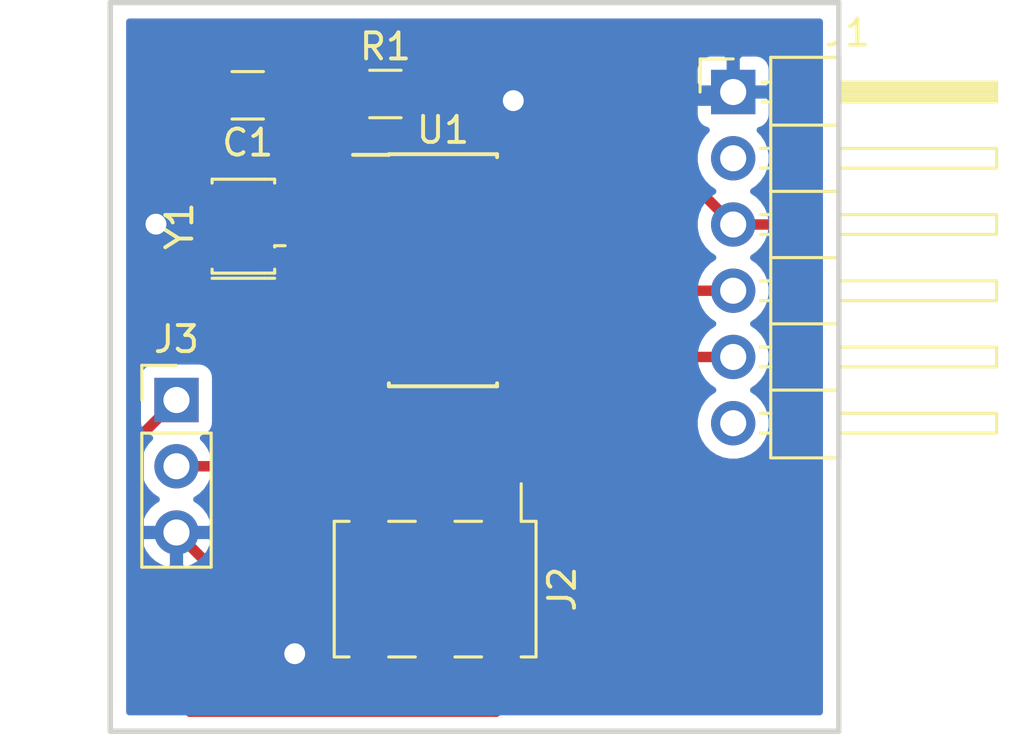
<source format=kicad_pcb>
(kicad_pcb (version 20171130) (host pcbnew "(5.1.10-1-10_14)")

  (general
    (thickness 1.6)
    (drawings 8)
    (tracks 86)
    (zones 0)
    (modules 7)
    (nets 17)
  )

  (page A4)
  (layers
    (0 F.Cu signal)
    (31 B.Cu signal)
    (32 B.Adhes user)
    (33 F.Adhes user)
    (34 B.Paste user)
    (35 F.Paste user)
    (36 B.SilkS user)
    (37 F.SilkS user)
    (38 B.Mask user)
    (39 F.Mask user)
    (40 Dwgs.User user)
    (41 Cmts.User user)
    (42 Eco1.User user)
    (43 Eco2.User user)
    (44 Edge.Cuts user)
    (45 Margin user)
    (46 B.CrtYd user)
    (47 F.CrtYd user)
    (48 B.Fab user)
    (49 F.Fab user)
  )

  (setup
    (last_trace_width 0.4)
    (trace_clearance 0.4)
    (zone_clearance 0.508)
    (zone_45_only no)
    (trace_min 0.2)
    (via_size 1.6)
    (via_drill 0.8)
    (via_min_size 0.4)
    (via_min_drill 0.3)
    (uvia_size 0.3)
    (uvia_drill 0.1)
    (uvias_allowed no)
    (uvia_min_size 0.2)
    (uvia_min_drill 0.1)
    (edge_width 0.1)
    (segment_width 0.2)
    (pcb_text_width 0.3)
    (pcb_text_size 1.5 1.5)
    (mod_edge_width 0.15)
    (mod_text_size 1 1)
    (mod_text_width 0.15)
    (pad_size 1.5 1.5)
    (pad_drill 0.6)
    (pad_to_mask_clearance 0)
    (solder_mask_min_width 0.25)
    (aux_axis_origin 0 0)
    (visible_elements FFFFFF7F)
    (pcbplotparams
      (layerselection 0x01000_ffffffff)
      (usegerberextensions false)
      (usegerberattributes false)
      (usegerberadvancedattributes false)
      (creategerberjobfile false)
      (excludeedgelayer true)
      (linewidth 0.100000)
      (plotframeref false)
      (viasonmask false)
      (mode 1)
      (useauxorigin false)
      (hpglpennumber 1)
      (hpglpenspeed 20)
      (hpglpendiameter 15.000000)
      (psnegative false)
      (psa4output false)
      (plotreference true)
      (plotvalue true)
      (plotinvisibletext false)
      (padsonsilk false)
      (subtractmaskfromsilk false)
      (outputformat 1)
      (mirror false)
      (drillshape 0)
      (scaleselection 1)
      (outputdirectory ""))
  )

  (net 0 "")
  (net 1 VCC)
  (net 2 GND)
  (net 3 /CTS)
  (net 4 /TX)
  (net 5 /RX)
  (net 6 /RTS)
  (net 7 /MISO)
  (net 8 /SCK)
  (net 9 /MOSI)
  (net 10 /RESET)
  (net 11 "Net-(U1-Pad2)")
  (net 12 "Net-(U1-Pad3)")
  (net 13 "Net-(U1-Pad5)")
  (net 14 "Net-(U1-Pad10)")
  (net 15 "Net-(U1-Pad11)")
  (net 16 /read)

  (net_class Default "This is the default net class."
    (clearance 0.4)
    (trace_width 0.4)
    (via_dia 1.6)
    (via_drill 0.8)
    (uvia_dia 0.3)
    (uvia_drill 0.1)
    (add_net /CTS)
    (add_net /MISO)
    (add_net /MOSI)
    (add_net /RESET)
    (add_net /RTS)
    (add_net /RX)
    (add_net /SCK)
    (add_net /TX)
    (add_net /read)
    (add_net GND)
    (add_net "Net-(U1-Pad10)")
    (add_net "Net-(U1-Pad11)")
    (add_net "Net-(U1-Pad2)")
    (add_net "Net-(U1-Pad3)")
    (add_net "Net-(U1-Pad5)")
    (add_net VCC)
  )

  (module Capacitor_SMD:C_1206_3216Metric (layer F.Cu) (tedit 5B301BBE) (tstamp 61A43BAC)
    (at 139.891807 115.315018 180)
    (descr "Capacitor SMD 1206 (3216 Metric), square (rectangular) end terminal, IPC_7351 nominal, (Body size source: http://www.tortai-tech.com/upload/download/2011102023233369053.pdf), generated with kicad-footprint-generator")
    (tags capacitor)
    (path /61A43935)
    (attr smd)
    (fp_text reference C1 (at 0 -1.82 180) (layer F.SilkS)
      (effects (font (size 1 1) (thickness 0.15)))
    )
    (fp_text value 0.1UF (at 0 1.82 180) (layer F.Fab)
      (effects (font (size 1 1) (thickness 0.15)))
    )
    (fp_line (start -1.6 0.8) (end -1.6 -0.8) (layer F.Fab) (width 0.1))
    (fp_line (start -1.6 -0.8) (end 1.6 -0.8) (layer F.Fab) (width 0.1))
    (fp_line (start 1.6 -0.8) (end 1.6 0.8) (layer F.Fab) (width 0.1))
    (fp_line (start 1.6 0.8) (end -1.6 0.8) (layer F.Fab) (width 0.1))
    (fp_line (start -0.602064 -0.91) (end 0.602064 -0.91) (layer F.SilkS) (width 0.12))
    (fp_line (start -0.602064 0.91) (end 0.602064 0.91) (layer F.SilkS) (width 0.12))
    (fp_line (start -2.28 1.12) (end -2.28 -1.12) (layer F.CrtYd) (width 0.05))
    (fp_line (start -2.28 -1.12) (end 2.28 -1.12) (layer F.CrtYd) (width 0.05))
    (fp_line (start 2.28 -1.12) (end 2.28 1.12) (layer F.CrtYd) (width 0.05))
    (fp_line (start 2.28 1.12) (end -2.28 1.12) (layer F.CrtYd) (width 0.05))
    (fp_text user %R (at 0 0 180) (layer F.Fab)
      (effects (font (size 0.8 0.8) (thickness 0.12)))
    )
    (pad 1 smd roundrect (at -1.4 0 180) (size 1.25 1.75) (layers F.Cu F.Paste F.Mask) (roundrect_rratio 0.2)
      (net 1 VCC))
    (pad 2 smd roundrect (at 1.4 0 180) (size 1.25 1.75) (layers F.Cu F.Paste F.Mask) (roundrect_rratio 0.2)
      (net 2 GND))
    (model ${KISYS3DMOD}/Capacitor_SMD.3dshapes/C_1206_3216Metric.wrl
      (at (xyz 0 0 0))
      (scale (xyz 1 1 1))
      (rotate (xyz 0 0 0))
    )
  )

  (module Connector_PinHeader_2.54mm:PinHeader_1x06_P2.54mm_Horizontal (layer F.Cu) (tedit 59FED5CB) (tstamp 61A444F6)
    (at 158.5087 115.189)
    (descr "Through hole angled pin header, 1x06, 2.54mm pitch, 6mm pin length, single row")
    (tags "Through hole angled pin header THT 1x06 2.54mm single row")
    (path /61A44543)
    (fp_text reference J1 (at 4.385 -2.27) (layer F.SilkS)
      (effects (font (size 1 1) (thickness 0.15)))
    )
    (fp_text value Conn_01x06_Male (at 4.385 14.97) (layer F.Fab)
      (effects (font (size 1 1) (thickness 0.15)))
    )
    (fp_line (start 2.135 -1.27) (end 4.04 -1.27) (layer F.Fab) (width 0.1))
    (fp_line (start 4.04 -1.27) (end 4.04 13.97) (layer F.Fab) (width 0.1))
    (fp_line (start 4.04 13.97) (end 1.5 13.97) (layer F.Fab) (width 0.1))
    (fp_line (start 1.5 13.97) (end 1.5 -0.635) (layer F.Fab) (width 0.1))
    (fp_line (start 1.5 -0.635) (end 2.135 -1.27) (layer F.Fab) (width 0.1))
    (fp_line (start -0.32 -0.32) (end 1.5 -0.32) (layer F.Fab) (width 0.1))
    (fp_line (start -0.32 -0.32) (end -0.32 0.32) (layer F.Fab) (width 0.1))
    (fp_line (start -0.32 0.32) (end 1.5 0.32) (layer F.Fab) (width 0.1))
    (fp_line (start 4.04 -0.32) (end 10.04 -0.32) (layer F.Fab) (width 0.1))
    (fp_line (start 10.04 -0.32) (end 10.04 0.32) (layer F.Fab) (width 0.1))
    (fp_line (start 4.04 0.32) (end 10.04 0.32) (layer F.Fab) (width 0.1))
    (fp_line (start -0.32 2.22) (end 1.5 2.22) (layer F.Fab) (width 0.1))
    (fp_line (start -0.32 2.22) (end -0.32 2.86) (layer F.Fab) (width 0.1))
    (fp_line (start -0.32 2.86) (end 1.5 2.86) (layer F.Fab) (width 0.1))
    (fp_line (start 4.04 2.22) (end 10.04 2.22) (layer F.Fab) (width 0.1))
    (fp_line (start 10.04 2.22) (end 10.04 2.86) (layer F.Fab) (width 0.1))
    (fp_line (start 4.04 2.86) (end 10.04 2.86) (layer F.Fab) (width 0.1))
    (fp_line (start -0.32 4.76) (end 1.5 4.76) (layer F.Fab) (width 0.1))
    (fp_line (start -0.32 4.76) (end -0.32 5.4) (layer F.Fab) (width 0.1))
    (fp_line (start -0.32 5.4) (end 1.5 5.4) (layer F.Fab) (width 0.1))
    (fp_line (start 4.04 4.76) (end 10.04 4.76) (layer F.Fab) (width 0.1))
    (fp_line (start 10.04 4.76) (end 10.04 5.4) (layer F.Fab) (width 0.1))
    (fp_line (start 4.04 5.4) (end 10.04 5.4) (layer F.Fab) (width 0.1))
    (fp_line (start -0.32 7.3) (end 1.5 7.3) (layer F.Fab) (width 0.1))
    (fp_line (start -0.32 7.3) (end -0.32 7.94) (layer F.Fab) (width 0.1))
    (fp_line (start -0.32 7.94) (end 1.5 7.94) (layer F.Fab) (width 0.1))
    (fp_line (start 4.04 7.3) (end 10.04 7.3) (layer F.Fab) (width 0.1))
    (fp_line (start 10.04 7.3) (end 10.04 7.94) (layer F.Fab) (width 0.1))
    (fp_line (start 4.04 7.94) (end 10.04 7.94) (layer F.Fab) (width 0.1))
    (fp_line (start -0.32 9.84) (end 1.5 9.84) (layer F.Fab) (width 0.1))
    (fp_line (start -0.32 9.84) (end -0.32 10.48) (layer F.Fab) (width 0.1))
    (fp_line (start -0.32 10.48) (end 1.5 10.48) (layer F.Fab) (width 0.1))
    (fp_line (start 4.04 9.84) (end 10.04 9.84) (layer F.Fab) (width 0.1))
    (fp_line (start 10.04 9.84) (end 10.04 10.48) (layer F.Fab) (width 0.1))
    (fp_line (start 4.04 10.48) (end 10.04 10.48) (layer F.Fab) (width 0.1))
    (fp_line (start -0.32 12.38) (end 1.5 12.38) (layer F.Fab) (width 0.1))
    (fp_line (start -0.32 12.38) (end -0.32 13.02) (layer F.Fab) (width 0.1))
    (fp_line (start -0.32 13.02) (end 1.5 13.02) (layer F.Fab) (width 0.1))
    (fp_line (start 4.04 12.38) (end 10.04 12.38) (layer F.Fab) (width 0.1))
    (fp_line (start 10.04 12.38) (end 10.04 13.02) (layer F.Fab) (width 0.1))
    (fp_line (start 4.04 13.02) (end 10.04 13.02) (layer F.Fab) (width 0.1))
    (fp_line (start 1.44 -1.33) (end 1.44 14.03) (layer F.SilkS) (width 0.12))
    (fp_line (start 1.44 14.03) (end 4.1 14.03) (layer F.SilkS) (width 0.12))
    (fp_line (start 4.1 14.03) (end 4.1 -1.33) (layer F.SilkS) (width 0.12))
    (fp_line (start 4.1 -1.33) (end 1.44 -1.33) (layer F.SilkS) (width 0.12))
    (fp_line (start 4.1 -0.38) (end 10.1 -0.38) (layer F.SilkS) (width 0.12))
    (fp_line (start 10.1 -0.38) (end 10.1 0.38) (layer F.SilkS) (width 0.12))
    (fp_line (start 10.1 0.38) (end 4.1 0.38) (layer F.SilkS) (width 0.12))
    (fp_line (start 4.1 -0.32) (end 10.1 -0.32) (layer F.SilkS) (width 0.12))
    (fp_line (start 4.1 -0.2) (end 10.1 -0.2) (layer F.SilkS) (width 0.12))
    (fp_line (start 4.1 -0.08) (end 10.1 -0.08) (layer F.SilkS) (width 0.12))
    (fp_line (start 4.1 0.04) (end 10.1 0.04) (layer F.SilkS) (width 0.12))
    (fp_line (start 4.1 0.16) (end 10.1 0.16) (layer F.SilkS) (width 0.12))
    (fp_line (start 4.1 0.28) (end 10.1 0.28) (layer F.SilkS) (width 0.12))
    (fp_line (start 1.11 -0.38) (end 1.44 -0.38) (layer F.SilkS) (width 0.12))
    (fp_line (start 1.11 0.38) (end 1.44 0.38) (layer F.SilkS) (width 0.12))
    (fp_line (start 1.44 1.27) (end 4.1 1.27) (layer F.SilkS) (width 0.12))
    (fp_line (start 4.1 2.16) (end 10.1 2.16) (layer F.SilkS) (width 0.12))
    (fp_line (start 10.1 2.16) (end 10.1 2.92) (layer F.SilkS) (width 0.12))
    (fp_line (start 10.1 2.92) (end 4.1 2.92) (layer F.SilkS) (width 0.12))
    (fp_line (start 1.042929 2.16) (end 1.44 2.16) (layer F.SilkS) (width 0.12))
    (fp_line (start 1.042929 2.92) (end 1.44 2.92) (layer F.SilkS) (width 0.12))
    (fp_line (start 1.44 3.81) (end 4.1 3.81) (layer F.SilkS) (width 0.12))
    (fp_line (start 4.1 4.7) (end 10.1 4.7) (layer F.SilkS) (width 0.12))
    (fp_line (start 10.1 4.7) (end 10.1 5.46) (layer F.SilkS) (width 0.12))
    (fp_line (start 10.1 5.46) (end 4.1 5.46) (layer F.SilkS) (width 0.12))
    (fp_line (start 1.042929 4.7) (end 1.44 4.7) (layer F.SilkS) (width 0.12))
    (fp_line (start 1.042929 5.46) (end 1.44 5.46) (layer F.SilkS) (width 0.12))
    (fp_line (start 1.44 6.35) (end 4.1 6.35) (layer F.SilkS) (width 0.12))
    (fp_line (start 4.1 7.24) (end 10.1 7.24) (layer F.SilkS) (width 0.12))
    (fp_line (start 10.1 7.24) (end 10.1 8) (layer F.SilkS) (width 0.12))
    (fp_line (start 10.1 8) (end 4.1 8) (layer F.SilkS) (width 0.12))
    (fp_line (start 1.042929 7.24) (end 1.44 7.24) (layer F.SilkS) (width 0.12))
    (fp_line (start 1.042929 8) (end 1.44 8) (layer F.SilkS) (width 0.12))
    (fp_line (start 1.44 8.89) (end 4.1 8.89) (layer F.SilkS) (width 0.12))
    (fp_line (start 4.1 9.78) (end 10.1 9.78) (layer F.SilkS) (width 0.12))
    (fp_line (start 10.1 9.78) (end 10.1 10.54) (layer F.SilkS) (width 0.12))
    (fp_line (start 10.1 10.54) (end 4.1 10.54) (layer F.SilkS) (width 0.12))
    (fp_line (start 1.042929 9.78) (end 1.44 9.78) (layer F.SilkS) (width 0.12))
    (fp_line (start 1.042929 10.54) (end 1.44 10.54) (layer F.SilkS) (width 0.12))
    (fp_line (start 1.44 11.43) (end 4.1 11.43) (layer F.SilkS) (width 0.12))
    (fp_line (start 4.1 12.32) (end 10.1 12.32) (layer F.SilkS) (width 0.12))
    (fp_line (start 10.1 12.32) (end 10.1 13.08) (layer F.SilkS) (width 0.12))
    (fp_line (start 10.1 13.08) (end 4.1 13.08) (layer F.SilkS) (width 0.12))
    (fp_line (start 1.042929 12.32) (end 1.44 12.32) (layer F.SilkS) (width 0.12))
    (fp_line (start 1.042929 13.08) (end 1.44 13.08) (layer F.SilkS) (width 0.12))
    (fp_line (start -1.27 0) (end -1.27 -1.27) (layer F.SilkS) (width 0.12))
    (fp_line (start -1.27 -1.27) (end 0 -1.27) (layer F.SilkS) (width 0.12))
    (fp_line (start -1.8 -1.8) (end -1.8 14.5) (layer F.CrtYd) (width 0.05))
    (fp_line (start -1.8 14.5) (end 10.55 14.5) (layer F.CrtYd) (width 0.05))
    (fp_line (start 10.55 14.5) (end 10.55 -1.8) (layer F.CrtYd) (width 0.05))
    (fp_line (start 10.55 -1.8) (end -1.8 -1.8) (layer F.CrtYd) (width 0.05))
    (fp_text user %R (at 2.77 6.35 90) (layer F.Fab)
      (effects (font (size 1 1) (thickness 0.15)))
    )
    (pad 1 thru_hole rect (at 0 0) (size 1.7 1.7) (drill 1) (layers *.Cu *.Mask)
      (net 2 GND))
    (pad 2 thru_hole oval (at 0 2.54) (size 1.7 1.7) (drill 1) (layers *.Cu *.Mask)
      (net 3 /CTS))
    (pad 3 thru_hole oval (at 0 5.08) (size 1.7 1.7) (drill 1) (layers *.Cu *.Mask)
      (net 1 VCC))
    (pad 4 thru_hole oval (at 0 7.62) (size 1.7 1.7) (drill 1) (layers *.Cu *.Mask)
      (net 4 /TX))
    (pad 5 thru_hole oval (at 0 10.16) (size 1.7 1.7) (drill 1) (layers *.Cu *.Mask)
      (net 5 /RX))
    (pad 6 thru_hole oval (at 0 12.7) (size 1.7 1.7) (drill 1) (layers *.Cu *.Mask)
      (net 6 /RTS))
    (model ${KISYS3DMOD}/Connector_PinHeader_2.54mm.3dshapes/PinHeader_1x06_P2.54mm_Horizontal.wrl
      (at (xyz 0 0 0))
      (scale (xyz 1 1 1))
      (rotate (xyz 0 0 0))
    )
  )

  (module Connector_PinHeader_2.54mm:PinHeader_2x03_P2.54mm_Vertical_SMD (layer F.Cu) (tedit 59FED5CC) (tstamp 61A435EB)
    (at 147.0787 134.2517 270)
    (descr "surface-mounted straight pin header, 2x03, 2.54mm pitch, double rows")
    (tags "Surface mounted pin header SMD 2x03 2.54mm double row")
    (path /61A4264C)
    (attr smd)
    (fp_text reference J2 (at 0 -4.87 270) (layer F.SilkS)
      (effects (font (size 1 1) (thickness 0.15)))
    )
    (fp_text value AVR-ISP-6 (at 0 4.87 270) (layer F.Fab)
      (effects (font (size 1 1) (thickness 0.15)))
    )
    (fp_line (start 2.54 3.81) (end -2.54 3.81) (layer F.Fab) (width 0.1))
    (fp_line (start -1.59 -3.81) (end 2.54 -3.81) (layer F.Fab) (width 0.1))
    (fp_line (start -2.54 3.81) (end -2.54 -2.86) (layer F.Fab) (width 0.1))
    (fp_line (start -2.54 -2.86) (end -1.59 -3.81) (layer F.Fab) (width 0.1))
    (fp_line (start 2.54 -3.81) (end 2.54 3.81) (layer F.Fab) (width 0.1))
    (fp_line (start -2.54 -2.86) (end -3.6 -2.86) (layer F.Fab) (width 0.1))
    (fp_line (start -3.6 -2.86) (end -3.6 -2.22) (layer F.Fab) (width 0.1))
    (fp_line (start -3.6 -2.22) (end -2.54 -2.22) (layer F.Fab) (width 0.1))
    (fp_line (start 2.54 -2.86) (end 3.6 -2.86) (layer F.Fab) (width 0.1))
    (fp_line (start 3.6 -2.86) (end 3.6 -2.22) (layer F.Fab) (width 0.1))
    (fp_line (start 3.6 -2.22) (end 2.54 -2.22) (layer F.Fab) (width 0.1))
    (fp_line (start -2.54 -0.32) (end -3.6 -0.32) (layer F.Fab) (width 0.1))
    (fp_line (start -3.6 -0.32) (end -3.6 0.32) (layer F.Fab) (width 0.1))
    (fp_line (start -3.6 0.32) (end -2.54 0.32) (layer F.Fab) (width 0.1))
    (fp_line (start 2.54 -0.32) (end 3.6 -0.32) (layer F.Fab) (width 0.1))
    (fp_line (start 3.6 -0.32) (end 3.6 0.32) (layer F.Fab) (width 0.1))
    (fp_line (start 3.6 0.32) (end 2.54 0.32) (layer F.Fab) (width 0.1))
    (fp_line (start -2.54 2.22) (end -3.6 2.22) (layer F.Fab) (width 0.1))
    (fp_line (start -3.6 2.22) (end -3.6 2.86) (layer F.Fab) (width 0.1))
    (fp_line (start -3.6 2.86) (end -2.54 2.86) (layer F.Fab) (width 0.1))
    (fp_line (start 2.54 2.22) (end 3.6 2.22) (layer F.Fab) (width 0.1))
    (fp_line (start 3.6 2.22) (end 3.6 2.86) (layer F.Fab) (width 0.1))
    (fp_line (start 3.6 2.86) (end 2.54 2.86) (layer F.Fab) (width 0.1))
    (fp_line (start -2.6 -3.87) (end 2.6 -3.87) (layer F.SilkS) (width 0.12))
    (fp_line (start -2.6 3.87) (end 2.6 3.87) (layer F.SilkS) (width 0.12))
    (fp_line (start -4.04 -3.3) (end -2.6 -3.3) (layer F.SilkS) (width 0.12))
    (fp_line (start -2.6 -3.87) (end -2.6 -3.3) (layer F.SilkS) (width 0.12))
    (fp_line (start 2.6 -3.87) (end 2.6 -3.3) (layer F.SilkS) (width 0.12))
    (fp_line (start -2.6 3.3) (end -2.6 3.87) (layer F.SilkS) (width 0.12))
    (fp_line (start 2.6 3.3) (end 2.6 3.87) (layer F.SilkS) (width 0.12))
    (fp_line (start -2.6 -1.78) (end -2.6 -0.76) (layer F.SilkS) (width 0.12))
    (fp_line (start 2.6 -1.78) (end 2.6 -0.76) (layer F.SilkS) (width 0.12))
    (fp_line (start -2.6 0.76) (end -2.6 1.78) (layer F.SilkS) (width 0.12))
    (fp_line (start 2.6 0.76) (end 2.6 1.78) (layer F.SilkS) (width 0.12))
    (fp_line (start -5.9 -4.35) (end -5.9 4.35) (layer F.CrtYd) (width 0.05))
    (fp_line (start -5.9 4.35) (end 5.9 4.35) (layer F.CrtYd) (width 0.05))
    (fp_line (start 5.9 4.35) (end 5.9 -4.35) (layer F.CrtYd) (width 0.05))
    (fp_line (start 5.9 -4.35) (end -5.9 -4.35) (layer F.CrtYd) (width 0.05))
    (fp_text user %R (at 0 0) (layer F.Fab)
      (effects (font (size 1 1) (thickness 0.15)))
    )
    (pad 1 smd rect (at -2.525 -2.54 270) (size 3.15 1) (layers F.Cu F.Paste F.Mask)
      (net 7 /MISO))
    (pad 2 smd rect (at 2.525 -2.54 270) (size 3.15 1) (layers F.Cu F.Paste F.Mask)
      (net 1 VCC))
    (pad 3 smd rect (at -2.525 0 270) (size 3.15 1) (layers F.Cu F.Paste F.Mask)
      (net 8 /SCK))
    (pad 4 smd rect (at 2.525 0 270) (size 3.15 1) (layers F.Cu F.Paste F.Mask)
      (net 9 /MOSI))
    (pad 5 smd rect (at -2.525 2.54 270) (size 3.15 1) (layers F.Cu F.Paste F.Mask)
      (net 10 /RESET))
    (pad 6 smd rect (at 2.525 2.54 270) (size 3.15 1) (layers F.Cu F.Paste F.Mask)
      (net 2 GND))
    (model ${KISYS3DMOD}/Connector_PinHeader_2.54mm.3dshapes/PinHeader_2x03_P2.54mm_Vertical_SMD.wrl
      (at (xyz 0 0 0))
      (scale (xyz 1 1 1))
      (rotate (xyz 0 0 0))
    )
  )

  (module Resistor_SMD:R_1206_3216Metric (layer F.Cu) (tedit 5B301BBD) (tstamp 61A435FC)
    (at 145.1707 115.2652)
    (descr "Resistor SMD 1206 (3216 Metric), square (rectangular) end terminal, IPC_7351 nominal, (Body size source: http://www.tortai-tech.com/upload/download/2011102023233369053.pdf), generated with kicad-footprint-generator")
    (tags resistor)
    (path /61A42853)
    (attr smd)
    (fp_text reference R1 (at 0 -1.82) (layer F.SilkS)
      (effects (font (size 1 1) (thickness 0.15)))
    )
    (fp_text value 10K (at 0 1.82) (layer F.Fab)
      (effects (font (size 1 1) (thickness 0.15)))
    )
    (fp_line (start -1.6 0.8) (end -1.6 -0.8) (layer F.Fab) (width 0.1))
    (fp_line (start -1.6 -0.8) (end 1.6 -0.8) (layer F.Fab) (width 0.1))
    (fp_line (start 1.6 -0.8) (end 1.6 0.8) (layer F.Fab) (width 0.1))
    (fp_line (start 1.6 0.8) (end -1.6 0.8) (layer F.Fab) (width 0.1))
    (fp_line (start -0.602064 -0.91) (end 0.602064 -0.91) (layer F.SilkS) (width 0.12))
    (fp_line (start -0.602064 0.91) (end 0.602064 0.91) (layer F.SilkS) (width 0.12))
    (fp_line (start -2.28 1.12) (end -2.28 -1.12) (layer F.CrtYd) (width 0.05))
    (fp_line (start -2.28 -1.12) (end 2.28 -1.12) (layer F.CrtYd) (width 0.05))
    (fp_line (start 2.28 -1.12) (end 2.28 1.12) (layer F.CrtYd) (width 0.05))
    (fp_line (start 2.28 1.12) (end -2.28 1.12) (layer F.CrtYd) (width 0.05))
    (fp_text user %R (at 0 0) (layer F.Fab)
      (effects (font (size 0.8 0.8) (thickness 0.12)))
    )
    (pad 1 smd roundrect (at -1.4 0) (size 1.25 1.75) (layers F.Cu F.Paste F.Mask) (roundrect_rratio 0.2)
      (net 1 VCC))
    (pad 2 smd roundrect (at 1.4 0) (size 1.25 1.75) (layers F.Cu F.Paste F.Mask) (roundrect_rratio 0.2)
      (net 10 /RESET))
    (model ${KISYS3DMOD}/Resistor_SMD.3dshapes/R_1206_3216Metric.wrl
      (at (xyz 0 0 0))
      (scale (xyz 1 1 1))
      (rotate (xyz 0 0 0))
    )
  )

  (module Package_SO:SOIC-14_3.9x8.7mm_P1.27mm (layer F.Cu) (tedit 5A02F2D3) (tstamp 61A4361F)
    (at 147.379501 122.022701)
    (descr "14-Lead Plastic Small Outline (SL) - Narrow, 3.90 mm Body [SOIC] (see Microchip Packaging Specification 00000049BS.pdf)")
    (tags "SOIC 1.27")
    (path /61A424CA)
    (attr smd)
    (fp_text reference U1 (at 0 -5.375) (layer F.SilkS)
      (effects (font (size 1 1) (thickness 0.15)))
    )
    (fp_text value ATtiny44A-SSU (at 0 5.375) (layer F.Fab)
      (effects (font (size 1 1) (thickness 0.15)))
    )
    (fp_line (start -0.95 -4.35) (end 1.95 -4.35) (layer F.Fab) (width 0.15))
    (fp_line (start 1.95 -4.35) (end 1.95 4.35) (layer F.Fab) (width 0.15))
    (fp_line (start 1.95 4.35) (end -1.95 4.35) (layer F.Fab) (width 0.15))
    (fp_line (start -1.95 4.35) (end -1.95 -3.35) (layer F.Fab) (width 0.15))
    (fp_line (start -1.95 -3.35) (end -0.95 -4.35) (layer F.Fab) (width 0.15))
    (fp_line (start -3.7 -4.65) (end -3.7 4.65) (layer F.CrtYd) (width 0.05))
    (fp_line (start 3.7 -4.65) (end 3.7 4.65) (layer F.CrtYd) (width 0.05))
    (fp_line (start -3.7 -4.65) (end 3.7 -4.65) (layer F.CrtYd) (width 0.05))
    (fp_line (start -3.7 4.65) (end 3.7 4.65) (layer F.CrtYd) (width 0.05))
    (fp_line (start -2.075 -4.45) (end -2.075 -4.425) (layer F.SilkS) (width 0.15))
    (fp_line (start 2.075 -4.45) (end 2.075 -4.335) (layer F.SilkS) (width 0.15))
    (fp_line (start 2.075 4.45) (end 2.075 4.335) (layer F.SilkS) (width 0.15))
    (fp_line (start -2.075 4.45) (end -2.075 4.335) (layer F.SilkS) (width 0.15))
    (fp_line (start -2.075 -4.45) (end 2.075 -4.45) (layer F.SilkS) (width 0.15))
    (fp_line (start -2.075 4.45) (end 2.075 4.45) (layer F.SilkS) (width 0.15))
    (fp_line (start -2.075 -4.425) (end -3.45 -4.425) (layer F.SilkS) (width 0.15))
    (fp_text user %R (at 0 0) (layer F.Fab)
      (effects (font (size 0.9 0.9) (thickness 0.135)))
    )
    (pad 1 smd rect (at -2.7 -3.81) (size 1.5 0.6) (layers F.Cu F.Paste F.Mask)
      (net 1 VCC))
    (pad 2 smd rect (at -2.7 -2.54) (size 1.5 0.6) (layers F.Cu F.Paste F.Mask)
      (net 11 "Net-(U1-Pad2)"))
    (pad 3 smd rect (at -2.7 -1.27) (size 1.5 0.6) (layers F.Cu F.Paste F.Mask)
      (net 12 "Net-(U1-Pad3)"))
    (pad 4 smd rect (at -2.7 0) (size 1.5 0.6) (layers F.Cu F.Paste F.Mask)
      (net 10 /RESET))
    (pad 5 smd rect (at -2.7 1.27) (size 1.5 0.6) (layers F.Cu F.Paste F.Mask)
      (net 13 "Net-(U1-Pad5)"))
    (pad 6 smd rect (at -2.7 2.54) (size 1.5 0.6) (layers F.Cu F.Paste F.Mask)
      (net 16 /read))
    (pad 7 smd rect (at -2.7 3.81) (size 1.5 0.6) (layers F.Cu F.Paste F.Mask)
      (net 9 /MOSI))
    (pad 8 smd rect (at 2.7 3.81) (size 1.5 0.6) (layers F.Cu F.Paste F.Mask)
      (net 7 /MISO))
    (pad 9 smd rect (at 2.7 2.54) (size 1.5 0.6) (layers F.Cu F.Paste F.Mask)
      (net 8 /SCK))
    (pad 10 smd rect (at 2.7 1.27) (size 1.5 0.6) (layers F.Cu F.Paste F.Mask)
      (net 14 "Net-(U1-Pad10)"))
    (pad 11 smd rect (at 2.7 0) (size 1.5 0.6) (layers F.Cu F.Paste F.Mask)
      (net 15 "Net-(U1-Pad11)"))
    (pad 12 smd rect (at 2.7 -1.27) (size 1.5 0.6) (layers F.Cu F.Paste F.Mask)
      (net 5 /RX))
    (pad 13 smd rect (at 2.7 -2.54) (size 1.5 0.6) (layers F.Cu F.Paste F.Mask)
      (net 4 /TX))
    (pad 14 smd rect (at 2.7 -3.81) (size 1.5 0.6) (layers F.Cu F.Paste F.Mask)
      (net 2 GND))
    (model ${KISYS3DMOD}/Package_SO.3dshapes/SOIC-14_3.9x8.7mm_P1.27mm.wrl
      (at (xyz 0 0 0))
      (scale (xyz 1 1 1))
      (rotate (xyz 0 0 0))
    )
  )

  (module Crystal:Resonator_SMD_muRata_CSTxExxV-3Pin_3.0x1.1mm_HandSoldering (layer F.Cu) (tedit 5AD3593B) (tstamp 61A4363C)
    (at 139.7254 120.3325 90)
    (descr "SMD Resomator/Filter Murata CSTCE, https://www.murata.com/en-eu/products/productdata/8801162264606/SPEC-CSTNE16M0VH3C000R0.pdf")
    (tags "SMD SMT ceramic resonator filter")
    (path /61A42CDD)
    (attr smd)
    (fp_text reference Y1 (at 0 -2.45 90) (layer F.SilkS)
      (effects (font (size 1 1) (thickness 0.15)))
    )
    (fp_text value Resonator (at 0 1.8 90) (layer F.Fab)
      (effects (font (size 0.2 0.2) (thickness 0.03)))
    )
    (fp_line (start 1.8 -1.2) (end 1.8 0.8) (layer F.SilkS) (width 0.12))
    (fp_line (start -1.8 0.8) (end -1.8 -1.2) (layer F.SilkS) (width 0.12))
    (fp_line (start -0.75 1.2) (end -0.75 1.6) (layer F.SilkS) (width 0.12))
    (fp_line (start -2 -1.2) (end -2 0.8) (layer F.SilkS) (width 0.12))
    (fp_line (start 1.8 0.8) (end 1.8 1.2) (layer F.SilkS) (width 0.12))
    (fp_line (start -1.8 0.8) (end -1.8 1.2) (layer F.SilkS) (width 0.12))
    (fp_line (start -2 0.8) (end -2 1.2) (layer F.SilkS) (width 0.12))
    (fp_line (start 1.5 0.8) (end 1.5 -0.8) (layer F.Fab) (width 0.1))
    (fp_line (start 1.5 -0.8) (end -1.5 -0.8) (layer F.Fab) (width 0.1))
    (fp_line (start -1 0.8) (end -1.5 0.3) (layer F.Fab) (width 0.1))
    (fp_line (start -1 0.8) (end 1.5 0.8) (layer F.Fab) (width 0.1))
    (fp_line (start -1.5 0.3) (end -1.5 -0.8) (layer F.Fab) (width 0.1))
    (fp_line (start 1.75 1.85) (end -1.75 1.85) (layer F.CrtYd) (width 0.05))
    (fp_line (start -1.75 -1.85) (end 1.75 -1.85) (layer F.CrtYd) (width 0.05))
    (fp_line (start 1.75 -1.85) (end 1.75 1.85) (layer F.CrtYd) (width 0.05))
    (fp_line (start -1.75 1.85) (end -1.75 -1.85) (layer F.CrtYd) (width 0.05))
    (fp_line (start -1.8 -1.2) (end -1.65 -1.2) (layer F.SilkS) (width 0.12))
    (fp_line (start -1.8 1.2) (end -1.65 1.2) (layer F.SilkS) (width 0.12))
    (fp_line (start -0.75 1.2) (end -0.8 1.2) (layer F.SilkS) (width 0.12))
    (fp_line (start 1.8 1.2) (end 1.65 1.2) (layer F.SilkS) (width 0.12))
    (fp_line (start 1.8 -1.2) (end 1.65 -1.2) (layer F.SilkS) (width 0.12))
    (fp_text user %R (at 0.1 -0.05 90) (layer F.Fab)
      (effects (font (size 0.6 0.6) (thickness 0.08)))
    )
    (pad 1 smd rect (at -1.2 0 90) (size 0.4 3.2) (layers F.Cu F.Paste F.Mask)
      (net 12 "Net-(U1-Pad3)"))
    (pad 2 smd rect (at 0 0 90) (size 0.4 3.2) (layers F.Cu F.Paste F.Mask)
      (net 2 GND))
    (pad 3 smd rect (at 1.2 0 90) (size 0.4 3.2) (layers F.Cu F.Paste F.Mask)
      (net 11 "Net-(U1-Pad2)"))
    (model ${KISYS3DMOD}/Crystal.3dshapes/Resonator_SMD_muRata_CSTxExxV-3Pin_3.0x1.1mm.wrl
      (at (xyz 0 0 0))
      (scale (xyz 1 1 1))
      (rotate (xyz 0 0 0))
    )
  )

  (module Connector_PinHeader_2.54mm:PinHeader_1x03_P2.54mm_Vertical (layer F.Cu) (tedit 59FED5CC) (tstamp 61A72B57)
    (at 137.16 127)
    (descr "Through hole straight pin header, 1x03, 2.54mm pitch, single row")
    (tags "Through hole pin header THT 1x03 2.54mm single row")
    (path /61A85C85)
    (fp_text reference J3 (at 0 -2.33) (layer F.SilkS)
      (effects (font (size 1 1) (thickness 0.15)))
    )
    (fp_text value Conn_01x03_Male (at 0 7.41) (layer F.Fab)
      (effects (font (size 1 1) (thickness 0.15)))
    )
    (fp_line (start -0.635 -1.27) (end 1.27 -1.27) (layer F.Fab) (width 0.1))
    (fp_line (start 1.27 -1.27) (end 1.27 6.35) (layer F.Fab) (width 0.1))
    (fp_line (start 1.27 6.35) (end -1.27 6.35) (layer F.Fab) (width 0.1))
    (fp_line (start -1.27 6.35) (end -1.27 -0.635) (layer F.Fab) (width 0.1))
    (fp_line (start -1.27 -0.635) (end -0.635 -1.27) (layer F.Fab) (width 0.1))
    (fp_line (start -1.33 6.41) (end 1.33 6.41) (layer F.SilkS) (width 0.12))
    (fp_line (start -1.33 1.27) (end -1.33 6.41) (layer F.SilkS) (width 0.12))
    (fp_line (start 1.33 1.27) (end 1.33 6.41) (layer F.SilkS) (width 0.12))
    (fp_line (start -1.33 1.27) (end 1.33 1.27) (layer F.SilkS) (width 0.12))
    (fp_line (start -1.33 0) (end -1.33 -1.33) (layer F.SilkS) (width 0.12))
    (fp_line (start -1.33 -1.33) (end 0 -1.33) (layer F.SilkS) (width 0.12))
    (fp_line (start -1.8 -1.8) (end -1.8 6.85) (layer F.CrtYd) (width 0.05))
    (fp_line (start -1.8 6.85) (end 1.8 6.85) (layer F.CrtYd) (width 0.05))
    (fp_line (start 1.8 6.85) (end 1.8 -1.8) (layer F.CrtYd) (width 0.05))
    (fp_line (start 1.8 -1.8) (end -1.8 -1.8) (layer F.CrtYd) (width 0.05))
    (fp_text user %R (at 0 2.54 90) (layer F.Fab)
      (effects (font (size 1 1) (thickness 0.15)))
    )
    (pad 1 thru_hole rect (at 0 0) (size 1.7 1.7) (drill 1) (layers *.Cu *.Mask)
      (net 1 VCC))
    (pad 2 thru_hole oval (at 0 2.54) (size 1.7 1.7) (drill 1) (layers *.Cu *.Mask)
      (net 16 /read))
    (pad 3 thru_hole oval (at 0 5.08) (size 1.7 1.7) (drill 1) (layers *.Cu *.Mask)
      (net 2 GND))
    (model ${KISYS3DMOD}/Connector_PinHeader_2.54mm.3dshapes/PinHeader_1x03_P2.54mm_Vertical.wrl
      (at (xyz 0 0 0))
      (scale (xyz 1 1 1))
      (rotate (xyz 0 0 0))
    )
  )

  (gr_line (start 134.62 139.7) (end 134.62 111.76) (layer Edge.Cuts) (width 0.2))
  (gr_line (start 162.56 139.7) (end 134.62 139.7) (layer Edge.Cuts) (width 0.2))
  (gr_line (start 162.56 111.76) (end 162.56 139.7) (layer Edge.Cuts) (width 0.2))
  (gr_line (start 134.62 111.76) (end 162.56 111.76) (layer Edge.Cuts) (width 0.2))
  (gr_line (start 162.56 111.76) (end 134.62 111.76) (layer B.SilkS) (width 0.2))
  (gr_line (start 162.56 139.7) (end 162.56 111.76) (layer B.SilkS) (width 0.2))
  (gr_line (start 134.62 139.7) (end 162.56 139.7) (layer B.SilkS) (width 0.2))
  (gr_line (start 134.62 111.76) (end 134.62 139.7) (layer B.SilkS) (width 0.2))

  (segment (start 143.720882 115.315018) (end 143.7707 115.2652) (width 0.4) (layer F.Cu) (net 1))
  (segment (start 141.291807 115.315018) (end 143.720882 115.315018) (width 0.4) (layer F.Cu) (net 1))
  (segment (start 143.7707 117.3039) (end 144.679501 118.212701) (width 0.4) (layer F.Cu) (net 1))
  (segment (start 143.7707 115.2652) (end 143.7707 117.3039) (width 0.4) (layer F.Cu) (net 1))
  (segment (start 151.3078 113.0681) (end 143.8656 113.0681) (width 0.4) (layer F.Cu) (net 1))
  (segment (start 158.5087 120.269) (end 151.3078 113.0681) (width 0.4) (layer F.Cu) (net 1))
  (segment (start 143.7707 113.163) (end 143.7707 115.2652) (width 0.4) (layer F.Cu) (net 1))
  (segment (start 143.8656 113.0681) (end 143.7707 113.163) (width 0.4) (layer F.Cu) (net 1))
  (segment (start 149.6187 136.7767) (end 161.0764 136.7767) (width 0.4) (layer F.Cu) (net 1))
  (segment (start 161.0764 136.7767) (end 161.3408 136.5123) (width 0.4) (layer F.Cu) (net 1))
  (segment (start 161.3408 123.1011) (end 161.3662 123.0757) (width 0.4) (layer F.Cu) (net 1))
  (segment (start 161.3408 136.5123) (end 161.3408 123.1011) (width 0.4) (layer F.Cu) (net 1))
  (segment (start 161.3662 123.0757) (end 161.3662 120.9929) (width 0.4) (layer F.Cu) (net 1))
  (segment (start 160.6423 120.269) (end 158.5087 120.269) (width 0.4) (layer F.Cu) (net 1))
  (segment (start 161.3662 120.9929) (end 160.6423 120.269) (width 0.4) (layer F.Cu) (net 1))
  (segment (start 149.6187 138.7517) (end 149.6187 136.7767) (width 0.4) (layer F.Cu) (net 1))
  (segment (start 149.418699 138.951701) (end 149.6187 138.7517) (width 0.4) (layer F.Cu) (net 1))
  (segment (start 137.681701 138.951701) (end 149.418699 138.951701) (width 0.4) (layer F.Cu) (net 1))
  (segment (start 135.709999 136.979999) (end 137.681701 138.951701) (width 0.4) (layer F.Cu) (net 1))
  (segment (start 135.709999 128.450001) (end 135.709999 136.979999) (width 0.4) (layer F.Cu) (net 1))
  (segment (start 137.16 127) (end 135.709999 128.450001) (width 0.4) (layer F.Cu) (net 1))
  (via (at 150.0759 115.5192) (size 1.6) (drill 0.8) (layers F.Cu B.Cu) (net 2))
  (segment (start 150.079501 118.212701) (end 150.079501 115.522801) (width 0.4) (layer F.Cu) (net 2))
  (segment (start 150.079501 115.522801) (end 150.0759 115.5192) (width 0.4) (layer F.Cu) (net 2))
  (segment (start 158.1785 115.5192) (end 158.5087 115.189) (width 0.4) (layer B.Cu) (net 2))
  (segment (start 150.0759 115.5192) (end 158.1785 115.5192) (width 0.4) (layer B.Cu) (net 2))
  (segment (start 137.7254 120.3325) (end 139.7254 120.3325) (width 0.4) (layer F.Cu) (net 2))
  (segment (start 136.779 116.302825) (end 136.779 119.3861) (width 0.4) (layer F.Cu) (net 2))
  (segment (start 136.779 119.3861) (end 137.7254 120.3325) (width 0.4) (layer F.Cu) (net 2))
  (segment (start 137.766807 115.315018) (end 136.779 116.302825) (width 0.4) (layer F.Cu) (net 2))
  (segment (start 138.491807 115.315018) (end 137.766807 115.315018) (width 0.4) (layer F.Cu) (net 2))
  (via (at 136.3726 120.2563) (size 1.6) (drill 0.8) (layers F.Cu B.Cu) (net 2))
  (segment (start 139.7254 120.3325) (end 136.4488 120.3325) (width 0.4) (layer F.Cu) (net 2))
  (segment (start 136.4488 120.3325) (end 136.3726 120.2563) (width 0.4) (layer F.Cu) (net 2))
  (segment (start 141.1097 115.5192) (end 150.0759 115.5192) (width 0.4) (layer B.Cu) (net 2))
  (segment (start 136.3726 120.2563) (end 141.1097 115.5192) (width 0.4) (layer B.Cu) (net 2))
  (via (at 141.6939 136.7282) (size 1.6) (drill 0.8) (layers F.Cu B.Cu) (net 2))
  (segment (start 144.5387 136.7767) (end 141.7424 136.7767) (width 0.4) (layer F.Cu) (net 2))
  (segment (start 141.7424 136.7767) (end 141.6939 136.7282) (width 0.4) (layer F.Cu) (net 2))
  (segment (start 136.3726 121.38767) (end 136.3726 120.2563) (width 0.4) (layer B.Cu) (net 2))
  (segment (start 141.6939 136.7282) (end 140.56253 136.7282) (width 0.4) (layer B.Cu) (net 2))
  (segment (start 141.6939 136.6139) (end 141.6939 136.7282) (width 0.4) (layer F.Cu) (net 2))
  (segment (start 137.16 132.08) (end 141.6939 136.6139) (width 0.4) (layer F.Cu) (net 2))
  (segment (start 158.5087 122.809) (end 156.3243 122.809) (width 0.4) (layer F.Cu) (net 4))
  (segment (start 152.998001 119.482701) (end 150.079501 119.482701) (width 0.4) (layer F.Cu) (net 4))
  (segment (start 156.3243 122.809) (end 152.998001 119.482701) (width 0.4) (layer F.Cu) (net 4))
  (segment (start 151.229501 120.752701) (end 151.230602 120.7516) (width 0.4) (layer F.Cu) (net 5))
  (segment (start 150.079501 120.752701) (end 151.229501 120.752701) (width 0.4) (layer F.Cu) (net 5))
  (segment (start 151.230602 120.7516) (end 152.0571 120.7516) (width 0.4) (layer F.Cu) (net 5))
  (segment (start 156.6545 125.349) (end 158.5087 125.349) (width 0.4) (layer F.Cu) (net 5))
  (segment (start 152.0571 120.7516) (end 156.6545 125.349) (width 0.4) (layer F.Cu) (net 5))
  (segment (start 149.6187 129.7517) (end 151.4856 127.8848) (width 0.4) (layer F.Cu) (net 7))
  (segment (start 149.6187 131.7267) (end 149.6187 129.7517) (width 0.4) (layer F.Cu) (net 7))
  (segment (start 151.4856 127.8848) (end 151.4856 126.0348) (width 0.4) (layer F.Cu) (net 7))
  (segment (start 151.283501 125.832701) (end 150.079501 125.832701) (width 0.4) (layer F.Cu) (net 7))
  (segment (start 151.4856 126.0348) (end 151.283501 125.832701) (width 0.4) (layer F.Cu) (net 7))
  (segment (start 147.0787 129.7517) (end 147.0787 131.7267) (width 0.4) (layer F.Cu) (net 8))
  (segment (start 147.0787 126.413502) (end 147.0787 129.7517) (width 0.4) (layer F.Cu) (net 8))
  (segment (start 148.929501 124.562701) (end 147.0787 126.413502) (width 0.4) (layer F.Cu) (net 8))
  (segment (start 150.079501 124.562701) (end 148.929501 124.562701) (width 0.4) (layer F.Cu) (net 8))
  (segment (start 143.529501 125.832701) (end 144.679501 125.832701) (width 0.4) (layer F.Cu) (net 9))
  (segment (start 143.0528 133.395802) (end 143.0528 126.309402) (width 0.4) (layer F.Cu) (net 9))
  (segment (start 147.0787 134.8017) (end 146.643 134.366) (width 0.4) (layer F.Cu) (net 9))
  (segment (start 143.0528 126.309402) (end 143.529501 125.832701) (width 0.4) (layer F.Cu) (net 9))
  (segment (start 146.643 134.366) (end 144.022998 134.366) (width 0.4) (layer F.Cu) (net 9))
  (segment (start 147.0787 136.7767) (end 147.0787 134.8017) (width 0.4) (layer F.Cu) (net 9))
  (segment (start 144.022998 134.366) (end 143.0528 133.395802) (width 0.4) (layer F.Cu) (net 9))
  (segment (start 146.5707 116.2402) (end 146.5707 115.2652) (width 0.4) (layer F.Cu) (net 10))
  (segment (start 146.5707 121.281502) (end 146.5707 116.2402) (width 0.4) (layer F.Cu) (net 10))
  (segment (start 145.829501 122.022701) (end 146.5707 121.281502) (width 0.4) (layer F.Cu) (net 10))
  (segment (start 144.679501 122.022701) (end 145.829501 122.022701) (width 0.4) (layer F.Cu) (net 10))
  (segment (start 145.829501 122.022701) (end 146.2151 122.4083) (width 0.4) (layer F.Cu) (net 10))
  (segment (start 144.5387 130.6517) (end 144.5387 131.7267) (width 0.4) (layer F.Cu) (net 10))
  (segment (start 146.2151 128.9753) (end 144.5387 130.6517) (width 0.4) (layer F.Cu) (net 10))
  (segment (start 146.2151 122.4083) (end 146.2151 128.9753) (width 0.4) (layer F.Cu) (net 10))
  (segment (start 144.679501 119.482701) (end 142.533201 119.482701) (width 0.4) (layer F.Cu) (net 11))
  (segment (start 142.183 119.1325) (end 139.7254 119.1325) (width 0.4) (layer F.Cu) (net 11))
  (segment (start 142.533201 119.482701) (end 142.183 119.1325) (width 0.4) (layer F.Cu) (net 11))
  (segment (start 143.529501 120.752701) (end 143.5157 120.7389) (width 0.4) (layer F.Cu) (net 12))
  (segment (start 144.679501 120.752701) (end 143.529501 120.752701) (width 0.4) (layer F.Cu) (net 12))
  (segment (start 143.5157 120.7389) (end 142.5702 120.7389) (width 0.4) (layer F.Cu) (net 12))
  (segment (start 141.7766 121.5325) (end 139.7254 121.5325) (width 0.4) (layer F.Cu) (net 12))
  (segment (start 142.5702 120.7389) (end 141.7766 121.5325) (width 0.4) (layer F.Cu) (net 12))
  (segment (start 143.668117 124.562701) (end 144.679501 124.562701) (width 0.4) (layer F.Cu) (net 16))
  (segment (start 138.690818 129.54) (end 143.668117 124.562701) (width 0.4) (layer F.Cu) (net 16))
  (segment (start 137.16 129.54) (end 138.690818 129.54) (width 0.4) (layer F.Cu) (net 16))

  (zone (net 2) (net_name GND) (layer B.Cu) (tstamp 0) (hatch edge 0.508)
    (connect_pads (clearance 0.508))
    (min_thickness 0.254)
    (fill yes (arc_segments 16) (thermal_gap 0.508) (thermal_bridge_width 0.508))
    (polygon
      (pts
        (xy 134.62 111.76) (xy 162.56 111.76) (xy 162.56 139.7) (xy 134.62 139.7)
      )
    )
    (filled_polygon
      (pts
        (xy 161.825001 138.965) (xy 135.355 138.965) (xy 135.355 132.43689) (xy 135.718524 132.43689) (xy 135.763175 132.584099)
        (xy 135.888359 132.84692) (xy 136.062412 133.080269) (xy 136.278645 133.275178) (xy 136.528748 133.424157) (xy 136.803109 133.521481)
        (xy 137.033 133.400814) (xy 137.033 132.207) (xy 137.287 132.207) (xy 137.287 133.400814) (xy 137.516891 133.521481)
        (xy 137.791252 133.424157) (xy 138.041355 133.275178) (xy 138.257588 133.080269) (xy 138.431641 132.84692) (xy 138.556825 132.584099)
        (xy 138.601476 132.43689) (xy 138.480155 132.207) (xy 137.287 132.207) (xy 137.033 132.207) (xy 135.839845 132.207)
        (xy 135.718524 132.43689) (xy 135.355 132.43689) (xy 135.355 126.15) (xy 135.671928 126.15) (xy 135.671928 127.85)
        (xy 135.684188 127.974482) (xy 135.720498 128.09418) (xy 135.779463 128.204494) (xy 135.858815 128.301185) (xy 135.955506 128.380537)
        (xy 136.06582 128.439502) (xy 136.13838 128.461513) (xy 136.006525 128.593368) (xy 135.84401 128.836589) (xy 135.732068 129.106842)
        (xy 135.675 129.39374) (xy 135.675 129.68626) (xy 135.732068 129.973158) (xy 135.84401 130.243411) (xy 136.006525 130.486632)
        (xy 136.213368 130.693475) (xy 136.395534 130.815195) (xy 136.278645 130.884822) (xy 136.062412 131.079731) (xy 135.888359 131.31308)
        (xy 135.763175 131.575901) (xy 135.718524 131.72311) (xy 135.839845 131.953) (xy 137.033 131.953) (xy 137.033 131.933)
        (xy 137.287 131.933) (xy 137.287 131.953) (xy 138.480155 131.953) (xy 138.601476 131.72311) (xy 138.556825 131.575901)
        (xy 138.431641 131.31308) (xy 138.257588 131.079731) (xy 138.041355 130.884822) (xy 137.924466 130.815195) (xy 138.106632 130.693475)
        (xy 138.313475 130.486632) (xy 138.47599 130.243411) (xy 138.587932 129.973158) (xy 138.645 129.68626) (xy 138.645 129.39374)
        (xy 138.587932 129.106842) (xy 138.47599 128.836589) (xy 138.313475 128.593368) (xy 138.18162 128.461513) (xy 138.25418 128.439502)
        (xy 138.364494 128.380537) (xy 138.461185 128.301185) (xy 138.540537 128.204494) (xy 138.599502 128.09418) (xy 138.635812 127.974482)
        (xy 138.648072 127.85) (xy 138.648072 126.15) (xy 138.635812 126.025518) (xy 138.599502 125.90582) (xy 138.540537 125.795506)
        (xy 138.461185 125.698815) (xy 138.364494 125.619463) (xy 138.25418 125.560498) (xy 138.134482 125.524188) (xy 138.01 125.511928)
        (xy 136.31 125.511928) (xy 136.185518 125.524188) (xy 136.06582 125.560498) (xy 135.955506 125.619463) (xy 135.858815 125.698815)
        (xy 135.779463 125.795506) (xy 135.720498 125.90582) (xy 135.684188 126.025518) (xy 135.671928 126.15) (xy 135.355 126.15)
        (xy 135.355 116.039) (xy 157.020628 116.039) (xy 157.032888 116.163482) (xy 157.069198 116.28318) (xy 157.128163 116.393494)
        (xy 157.207515 116.490185) (xy 157.304206 116.569537) (xy 157.41452 116.628502) (xy 157.48708 116.650513) (xy 157.355225 116.782368)
        (xy 157.19271 117.025589) (xy 157.080768 117.295842) (xy 157.0237 117.58274) (xy 157.0237 117.87526) (xy 157.080768 118.162158)
        (xy 157.19271 118.432411) (xy 157.355225 118.675632) (xy 157.562068 118.882475) (xy 157.73646 118.999) (xy 157.562068 119.115525)
        (xy 157.355225 119.322368) (xy 157.19271 119.565589) (xy 157.080768 119.835842) (xy 157.0237 120.12274) (xy 157.0237 120.41526)
        (xy 157.080768 120.702158) (xy 157.19271 120.972411) (xy 157.355225 121.215632) (xy 157.562068 121.422475) (xy 157.73646 121.539)
        (xy 157.562068 121.655525) (xy 157.355225 121.862368) (xy 157.19271 122.105589) (xy 157.080768 122.375842) (xy 157.0237 122.66274)
        (xy 157.0237 122.95526) (xy 157.080768 123.242158) (xy 157.19271 123.512411) (xy 157.355225 123.755632) (xy 157.562068 123.962475)
        (xy 157.73646 124.079) (xy 157.562068 124.195525) (xy 157.355225 124.402368) (xy 157.19271 124.645589) (xy 157.080768 124.915842)
        (xy 157.0237 125.20274) (xy 157.0237 125.49526) (xy 157.080768 125.782158) (xy 157.19271 126.052411) (xy 157.355225 126.295632)
        (xy 157.562068 126.502475) (xy 157.73646 126.619) (xy 157.562068 126.735525) (xy 157.355225 126.942368) (xy 157.19271 127.185589)
        (xy 157.080768 127.455842) (xy 157.0237 127.74274) (xy 157.0237 128.03526) (xy 157.080768 128.322158) (xy 157.19271 128.592411)
        (xy 157.355225 128.835632) (xy 157.562068 129.042475) (xy 157.805289 129.20499) (xy 158.075542 129.316932) (xy 158.36244 129.374)
        (xy 158.65496 129.374) (xy 158.941858 129.316932) (xy 159.212111 129.20499) (xy 159.455332 129.042475) (xy 159.662175 128.835632)
        (xy 159.82469 128.592411) (xy 159.936632 128.322158) (xy 159.9937 128.03526) (xy 159.9937 127.74274) (xy 159.936632 127.455842)
        (xy 159.82469 127.185589) (xy 159.662175 126.942368) (xy 159.455332 126.735525) (xy 159.28094 126.619) (xy 159.455332 126.502475)
        (xy 159.662175 126.295632) (xy 159.82469 126.052411) (xy 159.936632 125.782158) (xy 159.9937 125.49526) (xy 159.9937 125.20274)
        (xy 159.936632 124.915842) (xy 159.82469 124.645589) (xy 159.662175 124.402368) (xy 159.455332 124.195525) (xy 159.28094 124.079)
        (xy 159.455332 123.962475) (xy 159.662175 123.755632) (xy 159.82469 123.512411) (xy 159.936632 123.242158) (xy 159.9937 122.95526)
        (xy 159.9937 122.66274) (xy 159.936632 122.375842) (xy 159.82469 122.105589) (xy 159.662175 121.862368) (xy 159.455332 121.655525)
        (xy 159.28094 121.539) (xy 159.455332 121.422475) (xy 159.662175 121.215632) (xy 159.82469 120.972411) (xy 159.936632 120.702158)
        (xy 159.9937 120.41526) (xy 159.9937 120.12274) (xy 159.936632 119.835842) (xy 159.82469 119.565589) (xy 159.662175 119.322368)
        (xy 159.455332 119.115525) (xy 159.28094 118.999) (xy 159.455332 118.882475) (xy 159.662175 118.675632) (xy 159.82469 118.432411)
        (xy 159.936632 118.162158) (xy 159.9937 117.87526) (xy 159.9937 117.58274) (xy 159.936632 117.295842) (xy 159.82469 117.025589)
        (xy 159.662175 116.782368) (xy 159.53032 116.650513) (xy 159.60288 116.628502) (xy 159.713194 116.569537) (xy 159.809885 116.490185)
        (xy 159.889237 116.393494) (xy 159.948202 116.28318) (xy 159.984512 116.163482) (xy 159.996772 116.039) (xy 159.9937 115.47475)
        (xy 159.83495 115.316) (xy 158.6357 115.316) (xy 158.6357 115.336) (xy 158.3817 115.336) (xy 158.3817 115.316)
        (xy 157.18245 115.316) (xy 157.0237 115.47475) (xy 157.020628 116.039) (xy 135.355 116.039) (xy 135.355 114.339)
        (xy 157.020628 114.339) (xy 157.0237 114.90325) (xy 157.18245 115.062) (xy 158.3817 115.062) (xy 158.3817 113.86275)
        (xy 158.6357 113.86275) (xy 158.6357 115.062) (xy 159.83495 115.062) (xy 159.9937 114.90325) (xy 159.996772 114.339)
        (xy 159.984512 114.214518) (xy 159.948202 114.09482) (xy 159.889237 113.984506) (xy 159.809885 113.887815) (xy 159.713194 113.808463)
        (xy 159.60288 113.749498) (xy 159.483182 113.713188) (xy 159.3587 113.700928) (xy 158.79445 113.704) (xy 158.6357 113.86275)
        (xy 158.3817 113.86275) (xy 158.22295 113.704) (xy 157.6587 113.700928) (xy 157.534218 113.713188) (xy 157.41452 113.749498)
        (xy 157.304206 113.808463) (xy 157.207515 113.887815) (xy 157.128163 113.984506) (xy 157.069198 114.09482) (xy 157.032888 114.214518)
        (xy 157.020628 114.339) (xy 135.355 114.339) (xy 135.355 112.495) (xy 161.825 112.495)
      )
    )
  )
)

</source>
